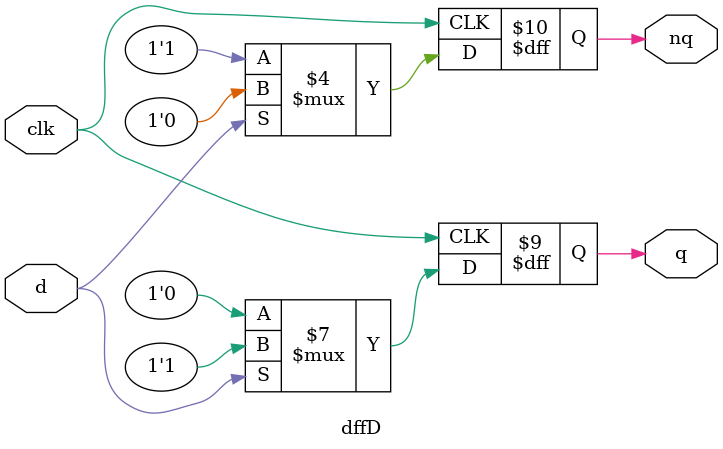
<source format=v>
`timescale 1ns / 1ps
module dffD(d, q, nq, clk);
input d, clk;
output q, nq;
reg q, nq;

always@(posedge clk) begin
    if (d == 0) begin
    q <= 0; nq <= 1; end
    else begin
    q <= 1; nq <= 0; end
end
endmodule

</source>
